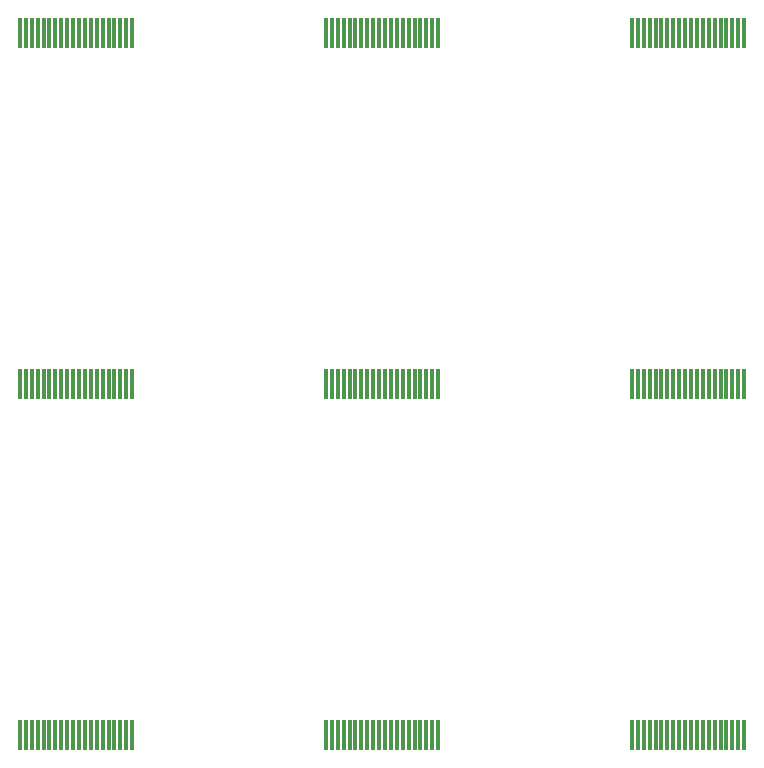
<source format=gbp>
G75*
%MOIN*%
%OFA0B0*%
%FSLAX25Y25*%
%IPPOS*%
%LPD*%
%AMOC8*
5,1,8,0,0,1.08239X$1,22.5*
%
%ADD10R,0.01181X0.09843*%
D10*
X0146892Y0093421D03*
X0148860Y0093421D03*
X0150829Y0093421D03*
X0152797Y0093421D03*
X0154766Y0093421D03*
X0156734Y0093421D03*
X0158703Y0093421D03*
X0160671Y0093421D03*
X0162640Y0093421D03*
X0164608Y0093421D03*
X0166577Y0093421D03*
X0168545Y0093421D03*
X0170514Y0093421D03*
X0172482Y0093421D03*
X0174451Y0093421D03*
X0176419Y0093421D03*
X0178388Y0093421D03*
X0180356Y0093421D03*
X0182325Y0093421D03*
X0184293Y0093421D03*
X0248892Y0093421D03*
X0250860Y0093421D03*
X0252829Y0093421D03*
X0254797Y0093421D03*
X0256766Y0093421D03*
X0258734Y0093421D03*
X0260703Y0093421D03*
X0262671Y0093421D03*
X0264640Y0093421D03*
X0266608Y0093421D03*
X0268577Y0093421D03*
X0270545Y0093421D03*
X0272514Y0093421D03*
X0274482Y0093421D03*
X0276451Y0093421D03*
X0278419Y0093421D03*
X0280388Y0093421D03*
X0282356Y0093421D03*
X0284325Y0093421D03*
X0286293Y0093421D03*
X0350892Y0093421D03*
X0352860Y0093421D03*
X0354829Y0093421D03*
X0356797Y0093421D03*
X0358766Y0093421D03*
X0360734Y0093421D03*
X0362703Y0093421D03*
X0364671Y0093421D03*
X0366640Y0093421D03*
X0368608Y0093421D03*
X0370577Y0093421D03*
X0372545Y0093421D03*
X0374514Y0093421D03*
X0376482Y0093421D03*
X0378451Y0093421D03*
X0380419Y0093421D03*
X0382388Y0093421D03*
X0384356Y0093421D03*
X0386325Y0093421D03*
X0388293Y0093421D03*
X0388293Y0210421D03*
X0386325Y0210421D03*
X0384356Y0210421D03*
X0382388Y0210421D03*
X0380419Y0210421D03*
X0378451Y0210421D03*
X0376482Y0210421D03*
X0374514Y0210421D03*
X0372545Y0210421D03*
X0370577Y0210421D03*
X0368608Y0210421D03*
X0366640Y0210421D03*
X0364671Y0210421D03*
X0362703Y0210421D03*
X0360734Y0210421D03*
X0358766Y0210421D03*
X0356797Y0210421D03*
X0354829Y0210421D03*
X0352860Y0210421D03*
X0350892Y0210421D03*
X0286293Y0210421D03*
X0284325Y0210421D03*
X0282356Y0210421D03*
X0280388Y0210421D03*
X0278419Y0210421D03*
X0276451Y0210421D03*
X0274482Y0210421D03*
X0272514Y0210421D03*
X0270545Y0210421D03*
X0268577Y0210421D03*
X0266608Y0210421D03*
X0264640Y0210421D03*
X0262671Y0210421D03*
X0260703Y0210421D03*
X0258734Y0210421D03*
X0256766Y0210421D03*
X0254797Y0210421D03*
X0252829Y0210421D03*
X0250860Y0210421D03*
X0248892Y0210421D03*
X0184293Y0210421D03*
X0182325Y0210421D03*
X0180356Y0210421D03*
X0178388Y0210421D03*
X0176419Y0210421D03*
X0174451Y0210421D03*
X0172482Y0210421D03*
X0170514Y0210421D03*
X0168545Y0210421D03*
X0166577Y0210421D03*
X0164608Y0210421D03*
X0162640Y0210421D03*
X0160671Y0210421D03*
X0158703Y0210421D03*
X0156734Y0210421D03*
X0154766Y0210421D03*
X0152797Y0210421D03*
X0150829Y0210421D03*
X0148860Y0210421D03*
X0146892Y0210421D03*
X0146892Y0327421D03*
X0148860Y0327421D03*
X0150829Y0327421D03*
X0152797Y0327421D03*
X0154766Y0327421D03*
X0156734Y0327421D03*
X0158703Y0327421D03*
X0160671Y0327421D03*
X0162640Y0327421D03*
X0164608Y0327421D03*
X0166577Y0327421D03*
X0168545Y0327421D03*
X0170514Y0327421D03*
X0172482Y0327421D03*
X0174451Y0327421D03*
X0176419Y0327421D03*
X0178388Y0327421D03*
X0180356Y0327421D03*
X0182325Y0327421D03*
X0184293Y0327421D03*
X0248892Y0327421D03*
X0250860Y0327421D03*
X0252829Y0327421D03*
X0254797Y0327421D03*
X0256766Y0327421D03*
X0258734Y0327421D03*
X0260703Y0327421D03*
X0262671Y0327421D03*
X0264640Y0327421D03*
X0266608Y0327421D03*
X0268577Y0327421D03*
X0270545Y0327421D03*
X0272514Y0327421D03*
X0274482Y0327421D03*
X0276451Y0327421D03*
X0278419Y0327421D03*
X0280388Y0327421D03*
X0282356Y0327421D03*
X0284325Y0327421D03*
X0286293Y0327421D03*
X0350892Y0327421D03*
X0352860Y0327421D03*
X0354829Y0327421D03*
X0356797Y0327421D03*
X0358766Y0327421D03*
X0360734Y0327421D03*
X0362703Y0327421D03*
X0364671Y0327421D03*
X0366640Y0327421D03*
X0368608Y0327421D03*
X0370577Y0327421D03*
X0372545Y0327421D03*
X0374514Y0327421D03*
X0376482Y0327421D03*
X0378451Y0327421D03*
X0380419Y0327421D03*
X0382388Y0327421D03*
X0384356Y0327421D03*
X0386325Y0327421D03*
X0388293Y0327421D03*
M02*

</source>
